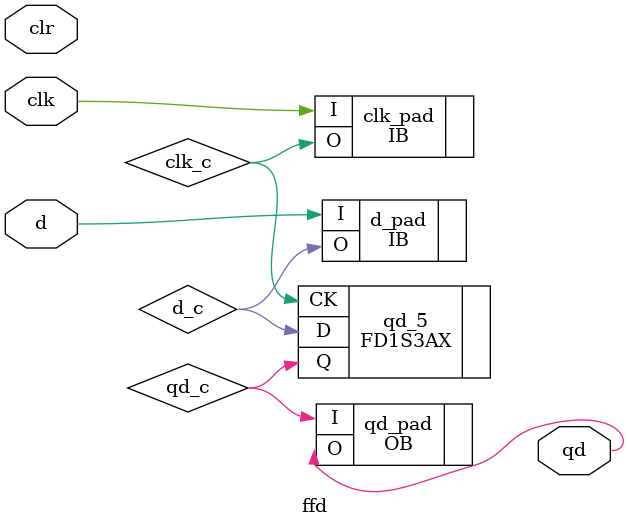
<source format=v>

module ffd (d, clk, clr, qd);   // c:/users/jcvelmon/desktop/semestre actual/dsd/practica_2/pruebad.vhd(3[8:11])
    input d;   // c:/users/jcvelmon/desktop/semestre actual/dsd/practica_2/pruebad.vhd(4[2:3])
    input clk;   // c:/users/jcvelmon/desktop/semestre actual/dsd/practica_2/pruebad.vhd(4[4:7])
    input clr;   // c:/users/jcvelmon/desktop/semestre actual/dsd/practica_2/pruebad.vhd(4[8:11])
    output qd /* synthesis .original_dir=IN_OUT */ ;   // c:/users/jcvelmon/desktop/semestre actual/dsd/practica_2/pruebad.vhd(5[2:4])
    
    wire clk_c /* synthesis is_clock=1, SET_AS_NETWORK=clk_c */ ;   // c:/users/jcvelmon/desktop/semestre actual/dsd/practica_2/pruebad.vhd(4[4:7])
    
    wire d_c, clr_c, qd_c, GND_net, n5, VCC_net;
    
    VLO i22 (.Z(GND_net));
    OB qd_pad (.I(qd_c), .O(qd));   // c:/users/jcvelmon/desktop/semestre actual/dsd/practica_2/pruebad.vhd(5[2:4])
    LUT4 i15_1_lut (.A(clr_c), .Z(n5)) /* synthesis lut_function=(!(A)) */ ;   // c:/users/jcvelmon/desktop/semestre actual/dsd/practica_2/pruebad.vhd(4[8:11])
    defparam i15_1_lut.init = 16'h5555;
    IB d_pad (.I(d), .O(d_c));   // c:/users/jcvelmon/desktop/semestre actual/dsd/practica_2/pruebad.vhd(4[2:3])
    IB clk_pad (.I(clk), .O(clk_c));   // c:/users/jcvelmon/desktop/semestre actual/dsd/practica_2/pruebad.vhd(4[4:7])
    IB clr_pad (.I(clr), .O(clr_c));   // c:/users/jcvelmon/desktop/semestre actual/dsd/practica_2/pruebad.vhd(4[8:11])
    GSR GSR_INST (.GSR(n5));
    PUR PUR_INST (.PUR(VCC_net));
    defparam PUR_INST.RST_PULSE = 1;
    FD1S3AX qd_5 (.D(d_c), .CK(clk_c), .Q(qd_c));   // c:/users/jcvelmon/desktop/semestre actual/dsd/practica_2/pruebad.vhd(12[4] 16[11])
    defparam qd_5.GSR = "ENABLED";
    TSALL TSALL_INST (.TSALL(GND_net));
    VHI i25 (.Z(VCC_net));
    
endmodule
//
// Verilog Description of module PUR
// module not written out since it is a black-box. 
//

//
// Verilog Description of module TSALL
// module not written out since it is a black-box. 
//


</source>
